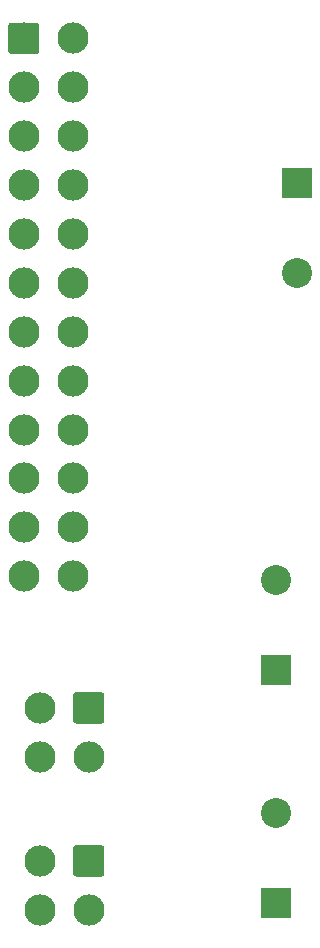
<source format=gbr>
G04 #@! TF.GenerationSoftware,KiCad,Pcbnew,(5.1.4)-1*
G04 #@! TF.CreationDate,2020-06-07T22:10:05-04:00*
G04 #@! TF.ProjectId,atx2,61747832-2e6b-4696-9361-645f70636258,rev?*
G04 #@! TF.SameCoordinates,Original*
G04 #@! TF.FileFunction,Copper,L2,Bot*
G04 #@! TF.FilePolarity,Positive*
%FSLAX46Y46*%
G04 Gerber Fmt 4.6, Leading zero omitted, Abs format (unit mm)*
G04 Created by KiCad (PCBNEW (5.1.4)-1) date 2020-06-07 22:10:05*
%MOMM*%
%LPD*%
G04 APERTURE LIST*
%ADD10C,0.100000*%
%ADD11C,2.640000*%
%ADD12R,2.540000X2.540000*%
%ADD13C,2.540000*%
G04 APERTURE END LIST*
D10*
G36*
X69269505Y-76229205D02*
G01*
X69293774Y-76232805D01*
X69317572Y-76238766D01*
X69340672Y-76247031D01*
X69362850Y-76257521D01*
X69383894Y-76270134D01*
X69403599Y-76284748D01*
X69421778Y-76301224D01*
X69438254Y-76319403D01*
X69452868Y-76339108D01*
X69465481Y-76360152D01*
X69475971Y-76382330D01*
X69484236Y-76405430D01*
X69490197Y-76429228D01*
X69493797Y-76453497D01*
X69495001Y-76478001D01*
X69495001Y-78618001D01*
X69493797Y-78642505D01*
X69490197Y-78666774D01*
X69484236Y-78690572D01*
X69475971Y-78713672D01*
X69465481Y-78735850D01*
X69452868Y-78756894D01*
X69438254Y-78776599D01*
X69421778Y-78794778D01*
X69403599Y-78811254D01*
X69383894Y-78825868D01*
X69362850Y-78838481D01*
X69340672Y-78848971D01*
X69317572Y-78857236D01*
X69293774Y-78863197D01*
X69269505Y-78866797D01*
X69245001Y-78868001D01*
X67105001Y-78868001D01*
X67080497Y-78866797D01*
X67056228Y-78863197D01*
X67032430Y-78857236D01*
X67009330Y-78848971D01*
X66987152Y-78838481D01*
X66966108Y-78825868D01*
X66946403Y-78811254D01*
X66928224Y-78794778D01*
X66911748Y-78776599D01*
X66897134Y-78756894D01*
X66884521Y-78735850D01*
X66874031Y-78713672D01*
X66865766Y-78690572D01*
X66859805Y-78666774D01*
X66856205Y-78642505D01*
X66855001Y-78618001D01*
X66855001Y-76478001D01*
X66856205Y-76453497D01*
X66859805Y-76429228D01*
X66865766Y-76405430D01*
X66874031Y-76382330D01*
X66884521Y-76360152D01*
X66897134Y-76339108D01*
X66911748Y-76319403D01*
X66928224Y-76301224D01*
X66946403Y-76284748D01*
X66966108Y-76270134D01*
X66987152Y-76257521D01*
X67009330Y-76247031D01*
X67032430Y-76238766D01*
X67056228Y-76232805D01*
X67080497Y-76229205D01*
X67105001Y-76228001D01*
X69245001Y-76228001D01*
X69269505Y-76229205D01*
X69269505Y-76229205D01*
G37*
D11*
X68175001Y-77548001D03*
X68175001Y-81688001D03*
X68175001Y-85828001D03*
X68175001Y-89968001D03*
X68175001Y-94108001D03*
X68175001Y-98248001D03*
X68175001Y-102388001D03*
X68175001Y-106528001D03*
X68175001Y-110668001D03*
X68175001Y-114808001D03*
X68175001Y-118948001D03*
X68175001Y-123088001D03*
X72315001Y-77548001D03*
X72315001Y-81688001D03*
X72315001Y-85828001D03*
X72315001Y-89968001D03*
X72315001Y-94108001D03*
X72315001Y-98248001D03*
X72315001Y-102388001D03*
X72315001Y-106528001D03*
X72315001Y-110668001D03*
X72315001Y-114808001D03*
X72315001Y-118948001D03*
X72315001Y-123088001D03*
D10*
G36*
X74754504Y-145874204D02*
G01*
X74778773Y-145877804D01*
X74802571Y-145883765D01*
X74825671Y-145892030D01*
X74847849Y-145902520D01*
X74868893Y-145915133D01*
X74888598Y-145929747D01*
X74906777Y-145946223D01*
X74923253Y-145964402D01*
X74937867Y-145984107D01*
X74950480Y-146005151D01*
X74960970Y-146027329D01*
X74969235Y-146050429D01*
X74975196Y-146074227D01*
X74978796Y-146098496D01*
X74980000Y-146123000D01*
X74980000Y-148263000D01*
X74978796Y-148287504D01*
X74975196Y-148311773D01*
X74969235Y-148335571D01*
X74960970Y-148358671D01*
X74950480Y-148380849D01*
X74937867Y-148401893D01*
X74923253Y-148421598D01*
X74906777Y-148439777D01*
X74888598Y-148456253D01*
X74868893Y-148470867D01*
X74847849Y-148483480D01*
X74825671Y-148493970D01*
X74802571Y-148502235D01*
X74778773Y-148508196D01*
X74754504Y-148511796D01*
X74730000Y-148513000D01*
X72590000Y-148513000D01*
X72565496Y-148511796D01*
X72541227Y-148508196D01*
X72517429Y-148502235D01*
X72494329Y-148493970D01*
X72472151Y-148483480D01*
X72451107Y-148470867D01*
X72431402Y-148456253D01*
X72413223Y-148439777D01*
X72396747Y-148421598D01*
X72382133Y-148401893D01*
X72369520Y-148380849D01*
X72359030Y-148358671D01*
X72350765Y-148335571D01*
X72344804Y-148311773D01*
X72341204Y-148287504D01*
X72340000Y-148263000D01*
X72340000Y-146123000D01*
X72341204Y-146098496D01*
X72344804Y-146074227D01*
X72350765Y-146050429D01*
X72359030Y-146027329D01*
X72369520Y-146005151D01*
X72382133Y-145984107D01*
X72396747Y-145964402D01*
X72413223Y-145946223D01*
X72431402Y-145929747D01*
X72451107Y-145915133D01*
X72472151Y-145902520D01*
X72494329Y-145892030D01*
X72517429Y-145883765D01*
X72541227Y-145877804D01*
X72565496Y-145874204D01*
X72590000Y-145873000D01*
X74730000Y-145873000D01*
X74754504Y-145874204D01*
X74754504Y-145874204D01*
G37*
D11*
X73660000Y-147193000D03*
X69520000Y-147193000D03*
X73660000Y-151333000D03*
X69520000Y-151333000D03*
D12*
X91313000Y-89789000D03*
D13*
X91313000Y-97409000D03*
X89535000Y-143129000D03*
D12*
X89535000Y-150749000D03*
X89535000Y-131064000D03*
D13*
X89535000Y-123444000D03*
D10*
G36*
X74754504Y-132920204D02*
G01*
X74778773Y-132923804D01*
X74802571Y-132929765D01*
X74825671Y-132938030D01*
X74847849Y-132948520D01*
X74868893Y-132961133D01*
X74888598Y-132975747D01*
X74906777Y-132992223D01*
X74923253Y-133010402D01*
X74937867Y-133030107D01*
X74950480Y-133051151D01*
X74960970Y-133073329D01*
X74969235Y-133096429D01*
X74975196Y-133120227D01*
X74978796Y-133144496D01*
X74980000Y-133169000D01*
X74980000Y-135309000D01*
X74978796Y-135333504D01*
X74975196Y-135357773D01*
X74969235Y-135381571D01*
X74960970Y-135404671D01*
X74950480Y-135426849D01*
X74937867Y-135447893D01*
X74923253Y-135467598D01*
X74906777Y-135485777D01*
X74888598Y-135502253D01*
X74868893Y-135516867D01*
X74847849Y-135529480D01*
X74825671Y-135539970D01*
X74802571Y-135548235D01*
X74778773Y-135554196D01*
X74754504Y-135557796D01*
X74730000Y-135559000D01*
X72590000Y-135559000D01*
X72565496Y-135557796D01*
X72541227Y-135554196D01*
X72517429Y-135548235D01*
X72494329Y-135539970D01*
X72472151Y-135529480D01*
X72451107Y-135516867D01*
X72431402Y-135502253D01*
X72413223Y-135485777D01*
X72396747Y-135467598D01*
X72382133Y-135447893D01*
X72369520Y-135426849D01*
X72359030Y-135404671D01*
X72350765Y-135381571D01*
X72344804Y-135357773D01*
X72341204Y-135333504D01*
X72340000Y-135309000D01*
X72340000Y-133169000D01*
X72341204Y-133144496D01*
X72344804Y-133120227D01*
X72350765Y-133096429D01*
X72359030Y-133073329D01*
X72369520Y-133051151D01*
X72382133Y-133030107D01*
X72396747Y-133010402D01*
X72413223Y-132992223D01*
X72431402Y-132975747D01*
X72451107Y-132961133D01*
X72472151Y-132948520D01*
X72494329Y-132938030D01*
X72517429Y-132929765D01*
X72541227Y-132923804D01*
X72565496Y-132920204D01*
X72590000Y-132919000D01*
X74730000Y-132919000D01*
X74754504Y-132920204D01*
X74754504Y-132920204D01*
G37*
D11*
X73660000Y-134239000D03*
X69520000Y-134239000D03*
X73660000Y-138379000D03*
X69520000Y-138379000D03*
M02*

</source>
